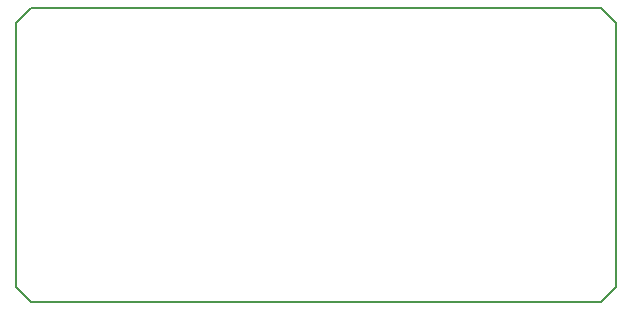
<source format=gm1>
%FSLAX25Y25*%
%MOIN*%
G70*
G01*
G75*
G04 Layer_Color=16711935*
%ADD10C,0.00500*%
%ADD11R,0.04500X0.05000*%
%ADD12R,0.03500X0.03200*%
%ADD13R,0.00984X0.02165*%
%ADD14R,0.03200X0.03000*%
%ADD15R,0.03200X0.03500*%
%ADD16C,0.01500*%
%ADD17C,0.02000*%
%ADD18C,0.01000*%
%ADD19R,0.06000X0.06000*%
%ADD20C,0.06000*%
%ADD21C,0.03937*%
%ADD22C,0.04000*%
%ADD23C,0.02400*%
%ADD24C,0.03200*%
%ADD25C,0.01200*%
%ADD26C,0.03000*%
%ADD27C,0.00400*%
%ADD28C,0.00200*%
%ADD29C,0.00800*%
%ADD30R,0.04900X0.05400*%
%ADD31R,0.03900X0.03600*%
%ADD32R,0.01384X0.02565*%
%ADD33R,0.03600X0.03400*%
%ADD34R,0.03600X0.03900*%
%ADD35R,0.06400X0.06400*%
%ADD36C,0.06400*%
%ADD37C,0.12598*%
%ADD38C,0.12000*%
%ADD39C,0.02800*%
%ADD40C,0.03600*%
D10*
X100000Y105000D02*
X105000Y100000D01*
X100000Y193000D02*
X105000Y198000D01*
X295000D01*
X300000Y193000D01*
Y105000D02*
Y193000D01*
X295000Y100000D02*
X300000Y105000D01*
X105000Y100000D02*
X295000D01*
X100000Y105000D02*
Y193000D01*
M02*

</source>
